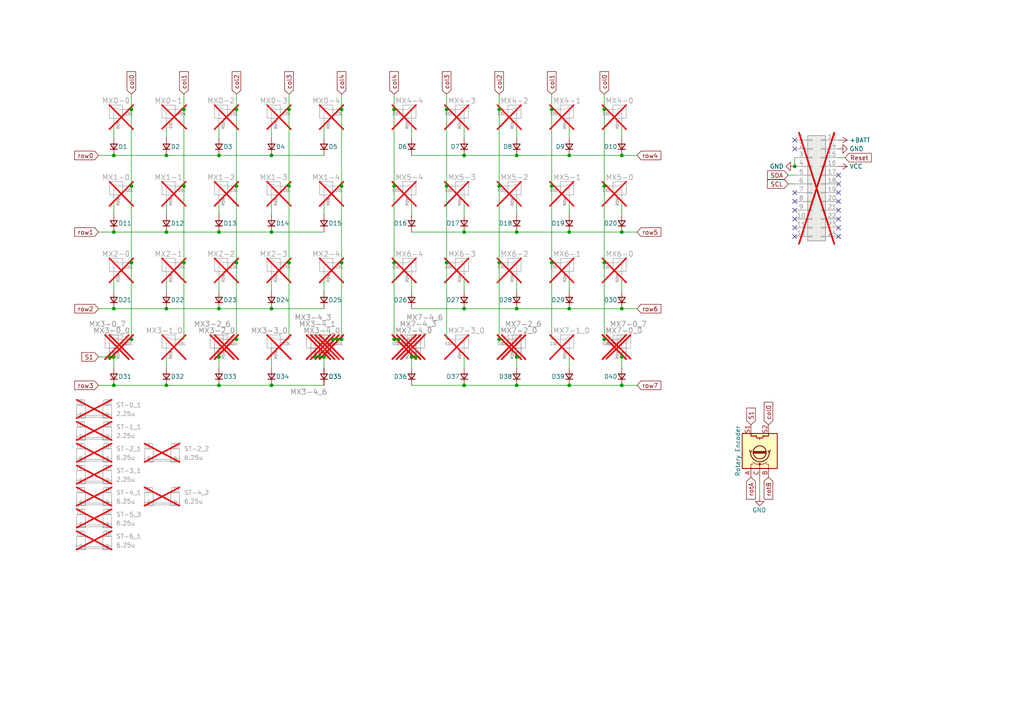
<source format=kicad_sch>
(kicad_sch (version 20221004) (generator eeschema)
  (paper "A4")
  (lib_symbols
    (symbol "Connector_Generic:Conn_02x12_Top_Bottom" (pin_names (offset 1.016) hide)
      (property "Reference" "U1" (at 0 15.24 0))
      (property "Value" "Generic Pro Micro" (at 0 -17.78 0))
      (symbol "Conn_02x12_Top_Bottom_1_1"
        (rectangle (start -2.54 -15.113) (end -1.27 -15.367) (stroke (width 0.1524)))
        (rectangle (start -2.54 -12.573) (end -1.27 -12.827) (stroke (width 0.1524)))
        (rectangle (start -2.54 -10.033) (end -1.27 -10.287) (stroke (width 0.1524)))
        (rectangle (start -2.54 -7.493) (end -1.27 -7.747) (stroke (width 0.1524)))
        (rectangle (start -2.54 -4.953) (end -1.27 -5.207) (stroke (width 0.1524)))
        (rectangle (start -2.54 -2.413) (end -1.27 -2.667) (stroke (width 0.1524)))
        (rectangle (start -2.54 0.127) (end -1.27 -0.127) (stroke (width 0.1524)))
        (rectangle (start -2.54 2.667) (end -1.27 2.413) (stroke (width 0.1524)))
        (rectangle (start -2.54 5.207) (end -1.27 4.953) (stroke (width 0.1524)))
        (rectangle (start -2.54 7.747) (end -1.27 7.493) (stroke (width 0.1524)))
        (rectangle (start -2.54 10.287) (end -1.27 10.033) (stroke (width 0.1524)))
        (rectangle (start -2.54 12.827) (end -1.27 12.573) (stroke (width 0.1524)))
        (rectangle (start -2.54 13.97) (end 2.54 -16.51) (stroke (width 0.254)) (fill (type background)))
        (rectangle (start 2.54 -15.113) (end 1.27 -15.367) (stroke (width 0.1524)))
        (rectangle (start 2.54 -12.573) (end 1.27 -12.827) (stroke (width 0.1524)))
        (rectangle (start 2.54 -10.033) (end 1.27 -10.287) (stroke (width 0.1524)))
        (rectangle (start 2.54 -7.493) (end 1.27 -7.747) (stroke (width 0.1524)))
        (rectangle (start 2.54 -4.953) (end 1.27 -5.207) (stroke (width 0.1524)))
        (rectangle (start 2.54 -2.413) (end 1.27 -2.667) (stroke (width 0.1524)))
        (rectangle (start 2.54 0.127) (end 1.27 -0.127) (stroke (width 0.1524)))
        (rectangle (start 2.54 2.667) (end 1.27 2.413) (stroke (width 0.1524)))
        (rectangle (start 2.54 5.207) (end 1.27 4.953) (stroke (width 0.1524)))
        (rectangle (start 2.54 7.747) (end 1.27 7.493) (stroke (width 0.1524)))
        (rectangle (start 2.54 10.287) (end 1.27 10.033) (stroke (width 0.1524)))
        (rectangle (start 2.54 12.827) (end 1.27 12.573) (stroke (width 0.1524)))
        (pin passive line (at -6.35 12.7 0) (length 3.81) (name "Pin_1") (number "1"))
        (pin passive line (at -6.35 -10.16 0) (length 3.81) (name "Pin_10") (number "10"))
        (pin passive line (at -6.35 -12.7 0) (length 3.81) (name "Pin_11") (number "11"))
        (pin passive line (at -6.35 -15.24 0) (length 3.81) (name "Pin_12") (number "12"))
        (pin passive line (at 6.35 12.7 180) (length 3.81) (name "Pin_13") (number "13"))
        (pin passive line (at 6.35 10.16 180) (length 3.81) (name "Pin_14") (number "14"))
        (pin passive line (at 6.35 7.62 180) (length 3.81) (name "Pin_15") (number "15"))
        (pin passive line (at 6.35 5.08 180) (length 3.81) (name "Pin_16") (number "16"))
        (pin passive line (at 6.35 2.54 180) (length 3.81) (name "Pin_17") (number "17"))
        (pin passive line (at 6.35 0 180) (length 3.81) (name "Pin_18") (number "18"))
        (pin passive line (at 6.35 -2.54 180) (length 3.81) (name "Pin_19") (number "19"))
        (pin passive line (at -6.35 10.16 0) (length 3.81) (name "Pin_2") (number "2"))
        (pin passive line (at 6.35 -5.08 180) (length 3.81) (name "Pin_20") (number "20"))
        (pin passive line (at 6.35 -7.62 180) (length 3.81) (name "Pin_21") (number "21"))
        (pin passive line (at 6.35 -10.16 180) (length 3.81) (name "Pin_22") (number "22"))
        (pin passive line (at 6.35 -12.7 180) (length 3.81) (name "Pin_23") (number "23"))
        (pin passive line (at 6.35 -15.24 180) (length 3.81) (name "Pin_24") (number "24"))
        (pin passive line (at -6.35 7.62 0) (length 3.81) (name "Pin_3") (number "3"))
        (pin passive line (at -6.35 5.08 0) (length 3.81) (name "Pin_4") (number "4"))
        (pin passive line (at -6.35 2.54 0) (length 3.81) (name "Pin_5") (number "5"))
        (pin passive line (at -6.35 0 0) (length 3.81) (name "Pin_6") (number "6"))
        (pin passive line (at -6.35 -2.54 0) (length 3.81) (name "Pin_7") (number "7"))
        (pin passive line (at -6.35 -5.08 0) (length 3.81) (name "Pin_8") (number "8"))
        (pin passive line (at -6.35 -7.62 0) (length 3.81) (name "Pin_9") (number "9"))
      )
    )
    (symbol "Device:D_Small" (pin_numbers hide) (pin_names (offset 0.254) hide)
      (property "Reference" "D" (at -1.27 2.032 0))
      (property "Value" "D_Small" (at -3.81 -2.032 0))
      (symbol "D_Small_0_1"
        (polyline (pts (xy -0.762 -1.016) (xy -0.762 1.016)) (stroke (width 0.254)))
        (polyline (pts (xy -0.762 0) (xy 0.762 0)))
        (polyline (pts (xy 0.762 -1.016) (xy -0.762 0) (xy 0.762 1.016) (xy 0.762 -1.016)) (stroke (width 0.254)))
      )
      (symbol "D_Small_1_1"
        (pin passive line (at -2.54 0 0) (length 1.778) (name "K") (number "1"))
        (pin passive line (at 2.54 0 180) (length 1.778) (name "A") (number "2"))
      )
    )
    (symbol "Device:RotaryEncoder_Switch" (pin_names (offset 0.254) hide)
      (property "Reference" "SW" (at 0 6.604 0))
      (property "Value" "RotaryEncoder_Switch" (at 0 -6.604 0))
      (symbol "RotaryEncoder_Switch_0_1"
        (rectangle (start -5.08 5.08) (end 5.08 -5.08) (stroke (width 0.254)) (fill (type background)))
        (circle (center -3.81 0) (radius 0.254) (fill (type outline)))
        (circle (center -0.381 0) (radius 1.905) (stroke (width 0.254)))
        (arc (start -0.381 2.667) (mid -3.0988 -0.0635) (end -0.381 -2.794) (stroke (width 0.254)))
        (polyline (pts (xy -0.635 -1.778) (xy -0.635 1.778)) (stroke (width 0.254)))
        (polyline (pts (xy -0.381 -1.778) (xy -0.381 1.778)) (stroke (width 0.254)))
        (polyline (pts (xy -0.127 1.778) (xy -0.127 -1.778)) (stroke (width 0.254)))
        (polyline (pts (xy 3.81 0) (xy 3.429 0)) (stroke (width 0.254)))
        (polyline (pts (xy 3.81 1.016) (xy 3.81 -1.016)) (stroke (width 0.254)))
        (polyline (pts (xy -5.08 -2.54) (xy -3.81 -2.54) (xy -3.81 -2.032)))
        (polyline (pts (xy -5.08 2.54) (xy -3.81 2.54) (xy -3.81 2.032)))
        (polyline (pts (xy 0.254 -3.048) (xy -0.508 -2.794) (xy 0.127 -2.413)) (stroke (width 0.254)))
        (polyline (pts (xy 0.254 2.921) (xy -0.508 2.667) (xy 0.127 2.286)) (stroke (width 0.254)))
        (polyline (pts (xy 5.08 -2.54) (xy 4.318 -2.54) (xy 4.318 -1.016)) (stroke (width 0.254)))
        (polyline (pts (xy 5.08 2.54) (xy 4.318 2.54) (xy 4.318 1.016)) (stroke (width 0.254)))
        (polyline (pts (xy -5.08 0) (xy -3.81 0) (xy -3.81 -1.016) (xy -3.302 -2.032)))
        (polyline (pts (xy -4.318 0) (xy -3.81 0) (xy -3.81 1.016) (xy -3.302 2.032)))
        (circle (center 4.318 -1.016) (radius 0.127) (stroke (width 0.254)))
        (circle (center 4.318 1.016) (radius 0.127) (stroke (width 0.254)))
      )
      (symbol "RotaryEncoder_Switch_1_1"
        (pin passive line (at -7.62 2.54 0) (length 2.54) (name "A") (number "A"))
        (pin passive line (at -7.62 -2.54 0) (length 2.54) (name "B") (number "B"))
        (pin passive line (at -7.62 0 0) (length 2.54) (name "C") (number "C"))
        (pin passive line (at 7.62 2.54 180) (length 2.54) (name "S1") (number "S1"))
        (pin passive line (at 7.62 -2.54 180) (length 2.54) (name "S2") (number "S2"))
      )
    )
    (symbol "Shinkai_Library:MX_Switch"
      (property "Reference" "MX" (at -0.635 3.81 0))
      (symbol "MX_Switch_0_0"
        (rectangle (start -2.54 2.54) (end 1.27 -1.27))
        (polyline (pts (xy -1.27 -1.27) (xy -1.27 1.27)) (stroke (width 0.127)))
        (polyline (pts (xy 1.27 1.27) (xy 0 1.27) (xy -1.27 1.905)) (stroke (width 0.127)))
        (text "COL" (at 3.175 0 0) (effects (font (size 0.762 0.762))))
        (text "ROW" (at 0 -1.905 900) (effects (font (size 0.762 0.762)) (justify right)))
      )
      (symbol "MX_Switch_1_1"
        (pin passive line (at 3.81 1.27 180) (length 2.54) (name "COL") (number "1"))
        (pin passive line (at -1.27 -3.81 90) (length 2.54) (name "ROW") (number "2"))
      )
    )
    (symbol "marbastlib-mx:MX_stab" (pin_names (offset 1.016))
      (property "Reference" "S" (at -5.08 6.35 0))
      (property "Value" "MX_stab" (at -5.08 3.81 0))
      (symbol "MX_stab_0_1"
        (rectangle (start -5.08 -1.524) (end -2.54 -2.54))
        (rectangle (start -5.08 1.27) (end -2.54 -2.54))
        (rectangle (start -4.826 2.794) (end -2.794 1.27))
        (rectangle (start -4.064 -2.286) (end -3.556 -1.016))
        (rectangle (start -4.064 -1.778) (end 4.064 -2.286))
        (rectangle (start -4.064 1.27) (end -3.556 2.794))
        (rectangle (start 2.54 -1.524) (end 5.08 -2.54))
        (rectangle (start 2.54 1.27) (end 5.08 -2.54))
        (rectangle (start 2.794 2.794) (end 4.826 1.27))
        (rectangle (start 3.556 1.27) (end 4.064 2.794))
        (rectangle (start 4.064 -2.286) (end 3.556 -1.016))
      )
    )
    (symbol "power:+BATT" (power) (pin_names (offset 0))
      (property "Value" "+BATT" (at 0 3.556 0))
      (symbol "+BATT_0_1"
        (polyline (pts (xy -0.762 1.27) (xy 0 2.54)))
        (polyline (pts (xy 0 0) (xy 0 2.54)))
        (polyline (pts (xy 0 2.54) (xy 0.762 1.27)))
      )
      (symbol "+BATT_1_1"
        (pin power_in line (at 0 0 90) (length 0) hide (name "+BATT") (number "1"))
      )
    )
    (symbol "power:GND" (power) (pin_names (offset 0))
      (property "Value" "GND" (at 0 -3.81 0))
      (symbol "GND_0_1"
        (polyline (pts (xy 0 0) (xy 0 -1.27) (xy 1.27 -1.27) (xy 0 -2.54) (xy -1.27 -1.27) (xy 0 -1.27)))
      )
      (symbol "GND_1_1"
        (pin power_in line (at 0 0 270) (length 0) hide (name "GND") (number "1"))
      )
    )
    (symbol "power:VCC" (power) (pin_names (offset 0))
      (property "Value" "VCC" (at 0 3.81 0))
      (symbol "VCC_0_1"
        (polyline (pts (xy -0.762 1.27) (xy 0 2.54)))
        (polyline (pts (xy 0 0) (xy 0 2.54)))
        (polyline (pts (xy 0 2.54) (xy 0.762 1.27)))
      )
      (symbol "VCC_1_1"
        (pin power_in line (at 0 0 90) (length 0) hide (name "VCC") (number "1"))
      )
    )
  )
  (junction (at 149.86 111.76))
  (junction (at 180.34 89.535))
  (junction (at 119.38 103.505))
  (junction (at 63.5 89.535))
  (junction (at 144.78 98.425))
  (junction (at 93.98 103.505))
  (junction (at 114.3 76.2))
  (junction (at 53.34 76.2))
  (junction (at 68.58 98.425))
  (junction (at 149.86 45.085))
  (junction (at 99.06 31.75))
  (junction (at 97.79 98.425))
  (junction (at 134.62 67.31))
  (junction (at 48.26 111.76))
  (junction (at 149.86 89.535))
  (junction (at 230.505 48.26))
  (junction (at 175.26 31.75))
  (junction (at 92.71 103.505))
  (junction (at 160.02 76.2))
  (junction (at 165.1 111.76))
  (junction (at 144.78 31.75))
  (junction (at 83.82 76.2))
  (junction (at 120.65 103.505))
  (junction (at 175.26 53.975))
  (junction (at 160.02 53.975))
  (junction (at 175.26 98.425))
  (junction (at 78.74 89.535))
  (junction (at 38.1 31.75))
  (junction (at 63.5 103.505))
  (junction (at 99.06 53.975))
  (junction (at 180.34 111.76))
  (junction (at 48.26 67.31))
  (junction (at 33.02 111.76))
  (junction (at 129.54 53.975))
  (junction (at 149.86 103.505))
  (junction (at 180.34 103.505))
  (junction (at 165.1 67.31))
  (junction (at 129.54 76.2))
  (junction (at 114.3 53.975))
  (junction (at 83.82 53.975))
  (junction (at 33.02 67.31))
  (junction (at 165.1 45.085))
  (junction (at 129.54 31.75))
  (junction (at 63.5 67.31))
  (junction (at 149.86 67.31))
  (junction (at 180.34 45.085))
  (junction (at 96.52 98.425))
  (junction (at 68.58 76.2))
  (junction (at 38.1 53.975))
  (junction (at 134.62 111.76))
  (junction (at 91.44 103.505))
  (junction (at 68.58 31.75))
  (junction (at 175.26 76.2))
  (junction (at 33.02 103.505))
  (junction (at 99.06 76.2))
  (junction (at 144.78 53.975))
  (junction (at 48.26 89.535))
  (junction (at 180.34 67.31))
  (junction (at 38.1 98.425))
  (junction (at 160.02 31.75))
  (junction (at 99.06 98.425))
  (junction (at 115.57 98.425))
  (junction (at 33.02 89.535))
  (junction (at 144.78 76.2))
  (junction (at 83.82 31.75))
  (junction (at 134.62 45.085))
  (junction (at 33.02 45.085))
  (junction (at 63.5 45.085))
  (junction (at 165.1 89.535))
  (junction (at 53.34 31.75))
  (junction (at 78.74 111.76))
  (junction (at 63.5 111.76))
  (junction (at 78.74 67.31))
  (junction (at 68.58 53.975))
  (junction (at 114.3 98.425))
  (junction (at 114.3 31.75))
  (junction (at 31.75 103.505))
  (junction (at 134.62 89.535))
  (junction (at 53.34 53.975))
  (junction (at 48.26 45.085))
  (junction (at 78.74 45.085))
  (junction (at 38.1 76.2))
  (no_connect (at 243.205 68.58))
  (no_connect (at 230.505 60.96))
  (no_connect (at 230.505 63.5))
  (no_connect (at 243.205 58.42))
  (no_connect (at 243.205 50.8))
  (no_connect (at 243.205 66.04))
  (no_connect (at 230.505 43.18))
  (no_connect (at 230.505 58.42))
  (no_connect (at 230.505 55.88))
  (no_connect (at 243.205 63.5))
  (no_connect (at 230.505 66.04))
  (no_connect (at 243.205 55.88))
  (no_connect (at 230.505 68.58))
  (no_connect (at 243.205 53.34))
  (no_connect (at 230.505 40.64))
  (no_connect (at 243.205 60.96))
  (wire (pts (xy 83.82 27.305) (xy 83.82 31.75)))
  (wire (pts (xy 93.98 81.28) (xy 93.98 84.455)))
  (wire (pts (xy 63.5 45.085) (xy 78.74 45.085)))
  (wire (pts (xy 68.58 53.975) (xy 68.58 76.2)))
  (wire (pts (xy 134.62 89.535) (xy 149.86 89.535)))
  (wire (pts (xy 83.82 76.2) (xy 83.82 98.425)))
  (wire (pts (xy 95.25 98.425) (xy 96.52 98.425)))
  (wire (pts (xy 38.1 31.75) (xy 38.1 53.975)))
  (wire (pts (xy 28.575 67.31) (xy 33.02 67.31)))
  (wire (pts (xy 175.26 98.425) (xy 176.53 98.425)))
  (wire (pts (xy 78.74 111.76) (xy 93.98 111.76)))
  (wire (pts (xy 33.02 45.085) (xy 48.26 45.085)))
  (wire (pts (xy 129.54 31.75) (xy 129.54 53.975)))
  (wire (pts (xy 144.78 76.2) (xy 144.78 98.425)))
  (wire (pts (xy 78.74 67.31) (xy 93.98 67.31)))
  (wire (pts (xy 63.5 67.31) (xy 78.74 67.31)))
  (wire (pts (xy 134.62 59.055) (xy 134.62 62.23)))
  (wire (pts (xy 165.1 67.31) (xy 180.34 67.31)))
  (wire (pts (xy 180.34 89.535) (xy 184.785 89.535)))
  (wire (pts (xy 63.5 103.505) (xy 63.5 106.68)))
  (wire (pts (xy 175.26 53.975) (xy 175.26 76.2)))
  (wire (pts (xy 146.05 98.425) (xy 144.78 98.425)))
  (wire (pts (xy 48.26 89.535) (xy 63.5 89.535)))
  (wire (pts (xy 180.34 36.83) (xy 180.34 40.005)))
  (wire (pts (xy 149.86 111.76) (xy 165.1 111.76)))
  (wire (pts (xy 149.86 59.055) (xy 149.86 62.23)))
  (wire (pts (xy 68.58 31.75) (xy 68.58 53.975)))
  (wire (pts (xy 28.575 89.535) (xy 33.02 89.535)))
  (wire (pts (xy 165.1 36.83) (xy 165.1 40.005)))
  (wire (pts (xy 160.02 31.75) (xy 160.02 53.975)))
  (wire (pts (xy 33.02 36.83) (xy 33.02 40.005)))
  (wire (pts (xy 129.54 27.305) (xy 129.54 31.75)))
  (wire (pts (xy 48.26 67.31) (xy 63.5 67.31)))
  (wire (pts (xy 33.02 111.76) (xy 48.26 111.76)))
  (wire (pts (xy 160.02 76.2) (xy 160.02 98.425)))
  (wire (pts (xy 180.34 111.76) (xy 184.785 111.76)))
  (wire (pts (xy 63.5 59.055) (xy 63.5 62.23)))
  (wire (pts (xy 92.71 103.505) (xy 93.98 103.505)))
  (wire (pts (xy 99.06 76.2) (xy 99.06 98.425)))
  (wire (pts (xy 180.34 45.085) (xy 184.785 45.085)))
  (wire (pts (xy 165.1 45.085) (xy 180.34 45.085)))
  (wire (pts (xy 33.02 59.055) (xy 33.02 62.23)))
  (wire (pts (xy 119.38 81.28) (xy 119.38 84.455)))
  (wire (pts (xy 165.1 103.505) (xy 165.1 106.68)))
  (wire (pts (xy 63.5 89.535) (xy 78.74 89.535)))
  (wire (pts (xy 160.02 53.975) (xy 160.02 76.2)))
  (wire (pts (xy 149.86 45.085) (xy 165.1 45.085)))
  (wire (pts (xy 48.26 36.83) (xy 48.26 40.005)))
  (wire (pts (xy 48.26 59.055) (xy 48.26 62.23)))
  (wire (pts (xy 33.02 67.31) (xy 48.26 67.31)))
  (wire (pts (xy 230.505 45.72) (xy 230.505 48.26)))
  (wire (pts (xy 90.17 103.505) (xy 91.44 103.505)))
  (wire (pts (xy 144.78 31.75) (xy 144.78 53.975)))
  (wire (pts (xy 134.62 45.085) (xy 149.86 45.085)))
  (wire (pts (xy 68.58 76.2) (xy 68.58 98.425)))
  (wire (pts (xy 78.74 81.28) (xy 78.74 84.455)))
  (wire (pts (xy 91.44 103.505) (xy 92.71 103.505)))
  (wire (pts (xy 115.57 98.425) (xy 116.84 98.425)))
  (wire (pts (xy 38.1 76.2) (xy 38.1 98.425)))
  (wire (pts (xy 78.74 36.83) (xy 78.74 40.005)))
  (wire (pts (xy 99.06 27.305) (xy 99.06 31.75)))
  (wire (pts (xy 165.1 89.535) (xy 180.34 89.535)))
  (wire (pts (xy 28.575 45.085) (xy 33.02 45.085)))
  (wire (pts (xy 144.78 27.305) (xy 144.78 31.75)))
  (wire (pts (xy 165.1 59.055) (xy 165.1 62.23)))
  (wire (pts (xy 38.1 53.975) (xy 38.1 76.2)))
  (wire (pts (xy 48.26 111.76) (xy 63.5 111.76)))
  (wire (pts (xy 83.82 53.975) (xy 83.82 76.2)))
  (wire (pts (xy 180.34 67.31) (xy 184.785 67.31)))
  (wire (pts (xy 96.52 98.425) (xy 97.79 98.425)))
  (wire (pts (xy 165.1 111.76) (xy 180.34 111.76)))
  (wire (pts (xy 99.06 31.75) (xy 99.06 53.975)))
  (wire (pts (xy 180.34 81.28) (xy 180.34 84.455)))
  (wire (pts (xy 228.6 50.8) (xy 230.505 50.8)))
  (wire (pts (xy 33.02 81.28) (xy 33.02 84.455)))
  (wire (pts (xy 144.78 53.975) (xy 144.78 76.2)))
  (wire (pts (xy 99.06 53.975) (xy 99.06 76.2)))
  (wire (pts (xy 63.5 81.28) (xy 63.5 84.455)))
  (wire (pts (xy 119.38 45.085) (xy 134.62 45.085)))
  (wire (pts (xy 78.74 89.535) (xy 93.98 89.535)))
  (wire (pts (xy 33.02 89.535) (xy 48.26 89.535)))
  (wire (pts (xy 53.34 53.975) (xy 53.34 76.2)))
  (wire (pts (xy 78.74 59.055) (xy 78.74 62.23)))
  (wire (pts (xy 97.79 98.425) (xy 99.06 98.425)))
  (wire (pts (xy 93.98 59.055) (xy 93.98 62.23)))
  (wire (pts (xy 228.6 53.34) (xy 230.505 53.34)))
  (wire (pts (xy 48.26 45.085) (xy 63.5 45.085)))
  (wire (pts (xy 83.82 31.75) (xy 83.82 53.975)))
  (wire (pts (xy 149.86 89.535) (xy 165.1 89.535)))
  (wire (pts (xy 53.34 27.305) (xy 53.34 31.75)))
  (wire (pts (xy 175.26 31.75) (xy 175.26 53.975)))
  (wire (pts (xy 149.86 103.505) (xy 149.86 106.68)))
  (wire (pts (xy 28.575 103.505) (xy 31.75 103.505)))
  (wire (pts (xy 180.34 103.505) (xy 180.34 106.68)))
  (wire (pts (xy 220.345 138.43) (xy 220.345 144.145)))
  (wire (pts (xy 63.5 111.76) (xy 78.74 111.76)))
  (wire (pts (xy 38.1 27.305) (xy 38.1 31.75)))
  (wire (pts (xy 119.38 89.535) (xy 134.62 89.535)))
  (wire (pts (xy 68.58 27.305) (xy 68.58 31.75)))
  (wire (pts (xy 33.02 103.505) (xy 33.02 106.68)))
  (wire (pts (xy 78.74 45.085) (xy 93.98 45.085)))
  (wire (pts (xy 151.13 103.505) (xy 149.86 103.505)))
  (wire (pts (xy 53.34 31.75) (xy 53.34 53.975)))
  (wire (pts (xy 114.3 53.975) (xy 114.3 76.2)))
  (wire (pts (xy 120.65 103.505) (xy 121.92 103.505)))
  (wire (pts (xy 53.34 76.2) (xy 53.34 98.425)))
  (wire (pts (xy 63.5 36.83) (xy 63.5 40.005)))
  (wire (pts (xy 149.86 67.31) (xy 165.1 67.31)))
  (wire (pts (xy 28.575 111.76) (xy 33.02 111.76)))
  (wire (pts (xy 134.62 81.28) (xy 134.62 84.455)))
  (wire (pts (xy 62.23 103.505) (xy 63.5 103.505)))
  (wire (pts (xy 134.62 36.83) (xy 134.62 40.005)))
  (wire (pts (xy 149.86 81.28) (xy 149.86 84.455)))
  (wire (pts (xy 134.62 67.31) (xy 149.86 67.31)))
  (wire (pts (xy 119.38 36.83) (xy 119.38 40.005)))
  (wire (pts (xy 134.62 111.76) (xy 149.86 111.76)))
  (wire (pts (xy 36.83 98.425) (xy 38.1 98.425)))
  (wire (pts (xy 134.62 103.505) (xy 134.62 106.68)))
  (wire (pts (xy 48.26 81.28) (xy 48.26 84.455)))
  (wire (pts (xy 129.54 53.975) (xy 129.54 76.2)))
  (wire (pts (xy 67.31 98.425) (xy 68.58 98.425)))
  (wire (pts (xy 48.26 103.505) (xy 48.26 106.68)))
  (wire (pts (xy 175.26 76.2) (xy 175.26 98.425)))
  (wire (pts (xy 78.74 103.505) (xy 78.74 106.68)))
  (wire (pts (xy 115.57 98.425) (xy 114.3 98.425)))
  (wire (pts (xy 160.02 27.305) (xy 160.02 31.75)))
  (wire (pts (xy 180.34 59.055) (xy 180.34 62.23)))
  (wire (pts (xy 31.75 103.505) (xy 33.02 103.505)))
  (wire (pts (xy 119.38 67.31) (xy 134.62 67.31)))
  (wire (pts (xy 149.86 36.83) (xy 149.86 40.005)))
  (wire (pts (xy 114.3 27.305) (xy 114.3 31.75)))
  (wire (pts (xy 180.34 103.505) (xy 181.61 103.505)))
  (wire (pts (xy 175.26 27.305) (xy 175.26 31.75)))
  (wire (pts (xy 165.1 81.28) (xy 165.1 84.455)))
  (wire (pts (xy 93.98 103.505) (xy 93.98 106.68)))
  (wire (pts (xy 120.65 103.505) (xy 119.38 103.505)))
  (wire (pts (xy 243.205 45.72) (xy 245.11 45.72)))
  (wire (pts (xy 129.54 76.2) (xy 129.54 98.425)))
  (wire (pts (xy 119.38 103.505) (xy 119.38 106.68)))
  (wire (pts (xy 93.98 36.83) (xy 93.98 40.005)))
  (wire (pts (xy 119.38 59.055) (xy 119.38 62.23)))
  (wire (pts (xy 114.3 31.75) (xy 114.3 53.975)))
  (wire (pts (xy 119.38 111.76) (xy 134.62 111.76)))
  (wire (pts (xy 114.3 76.2) (xy 114.3 98.425)))
  (global_label "row3" (shape input) (at 28.575 111.76 180) (property "Intersheet References" "${INTERSHEET_REFS}" (effects hide)))
  (global_label "S1" (shape input) (at 217.805 123.19 90) (property "Intersheet References" "${INTERSHEET_REFS}" (effects hide)))
  (global_label "col1" (shape input) (at 53.34 27.305 90) (property "Intersheet References" "${INTERSHEET_REFS}" (effects hide)))
  (global_label "rotB" (shape input) (at 222.885 138.43 270) (property "Intersheetrefs" "${INTERSHEET_REFS}" (effects hide)))
  (global_label "row7" (shape input) (at 184.785 111.76 0) (property "Intersheet References" "${INTERSHEET_REFS}" (effects hide)))
  (global_label "Reset" (shape input) (at 245.11 45.72 0) (property "Intersheetrefs" "${INTERSHEET_REFS}" (effects hide)))
  (global_label "row6" (shape input) (at 184.785 89.535 0) (property "Intersheet References" "${INTERSHEET_REFS}" (effects hide)))
  (global_label "col3" (shape input) (at 129.54 27.305 90) (property "Intersheet References" "${INTERSHEET_REFS}" (effects hide)))
  (global_label "col1" (shape input) (at 160.02 27.305 90) (property "Intersheet References" "${INTERSHEET_REFS}" (effects hide)))
  (global_label "row1" (shape input) (at 28.575 67.31 180) (property "Intersheet References" "${INTERSHEET_REFS}" (effects hide)))
  (global_label "col4" (shape input) (at 114.3 27.305 90) (property "Intersheet References" "${INTERSHEET_REFS}" (effects hide)))
  (global_label "row4" (shape input) (at 184.785 45.085 0) (property "Intersheet References" "${INTERSHEET_REFS}" (effects hide)))
  (global_label "col3" (shape input) (at 83.82 27.305 90) (property "Intersheet References" "${INTERSHEET_REFS}" (effects hide)))
  (global_label "rotA" (shape input) (at 217.805 138.43 270) (effects (font (size 1.31 1.31))) (property "Intersheetrefs" "${INTERSHEET_REFS}" (effects hide)))
  (global_label "col2" (shape input) (at 68.58 27.305 90) (property "Intersheet References" "${INTERSHEET_REFS}" (effects hide)))
  (global_label "SCL" (shape input) (at 228.6 53.34 180) (effects (font (size 1.2835 1.2835))) (property "Intersheetrefs" "${INTERSHEET_REFS}" (effects hide)))
  (global_label "SDA" (shape input) (at 228.6 50.8 180) (property "Intersheetrefs" "${INTERSHEET_REFS}" (effects hide)))
  (global_label "col4" (shape input) (at 99.06 27.305 90) (property "Intersheet References" "${INTERSHEET_REFS}" (effects hide)))
  (global_label "row2" (shape input) (at 28.575 89.535 180) (property "Intersheet References" "${INTERSHEET_REFS}" (effects hide)))
  (global_label "row5" (shape input) (at 184.785 67.31 0) (property "Intersheet References" "${INTERSHEET_REFS}" (effects hide)))
  (global_label "col0" (shape input) (at 38.1 27.305 90) (property "Intersheet References" "${INTERSHEET_REFS}" (effects hide)))
  (global_label "col0" (shape input) (at 175.26 27.305 90) (property "Intersheet References" "${INTERSHEET_REFS}" (effects hide)))
  (global_label "col0" (shape input) (at 222.885 123.19 90) (property "Intersheet References" "${INTERSHEET_REFS}" (effects hide)))
  (global_label "S1" (shape input) (at 28.575 103.505 180) (property "Intersheet References" "${INTERSHEET_REFS}" (effects hide)))
  (global_label "col2" (shape input) (at 144.78 27.305 90) (property "Intersheet References" "${INTERSHEET_REFS}" (effects hide)))
  (global_label "row0" (shape input) (at 28.575 45.085 180) (property "Intersheet References" "${INTERSHEET_REFS}" (effects hide)))
  (symbol (lib_id "Shinkai_Library:MX_Switch") (at 34.29 55.245 0) (unit 1) (in_bom no) (dnp yes)
    (property "Reference" "MX1-0" (at 33.655 51.435 0) (effects (font (size 1.524 1.524))))
    (property "Footprint" "marbastlib-mx:SW_MX_1u" (effects hide))
    (property "Datasheet" "https://cdn.sparkfun.com/datasheets/Components/Switches/MX%20Series.pdf" (effects hide))
  )
  (symbol (lib_id "Shinkai_Library:MX_Switch") (at 179.07 55.245 0) (mirror y) (unit 1) (in_bom no) (dnp yes)
    (property "Reference" "MX5-0" (at 179.705 51.435 0) (effects (font (size 1.524 1.524))))
    (property "Footprint" "marbastlib-mx:SW_MX_1u" (effects hide))
    (property "Datasheet" "https://cdn.sparkfun.com/datasheets/Components/Switches/MX%20Series.pdf" (effects hide))
  )
  (symbol (lib_id "Shinkai_Library:MX_Switch") (at 118.11 55.245 0) (mirror y) (unit 1) (in_bom no) (dnp yes)
    (property "Reference" "MX5-4" (at 118.745 51.435 0) (effects (font (size 1.524 1.524))))
    (property "Footprint" "marbastlib-mx:SW_MX_1u" (effects hide))
    (property "Datasheet" "https://cdn.sparkfun.com/datasheets/Components/Switches/MX%20Series.pdf" (effects hide))
  )
  (symbol (lib_id "Device:D_Small") (at 134.62 109.22 270) (mirror x) (unit 1)
    (property "Reference" "D37" (at 133.35 109.22 90) (effects (justify right)))
    (property "Value" "D_Small" (effects hide))
    (property "Footprint" "Diode_SMD:D_SOD-123" (effects hide))
  )
  (symbol (lib_id "Shinkai_Library:MX_Switch") (at 148.59 99.695 0) (mirror y) (unit 1) (in_bom no) (dnp yes)
    (property "Reference" "MX7-2_0" (at 150.495 95.885 0) (effects (font (size 1.524 1.524))))
    (property "Footprint" "marbastlib-mx:SW_MX_1u" (effects hide))
    (property "Datasheet" "https://cdn.sparkfun.com/datasheets/Components/Switches/MX%20Series.pdf" (effects hide))
  )
  (symbol (lib_id "Shinkai_Library:MX_Switch") (at 34.29 99.695 0) (unit 1) (in_bom no) (dnp yes)
    (property "Reference" "MX3-0_0" (at 32.385 95.885 0) (effects (font (size 1.524 1.524))))
    (property "Footprint" "marbastlib-mx:SW_MX_1u" (effects hide))
    (property "Datasheet" "https://cdn.sparkfun.com/datasheets/Components/Switches/MX%20Series.pdf" (effects hide))
  )
  (symbol (lib_id "Device:D_Small") (at 48.26 64.77 90) (unit 1)
    (property "Reference" "D12" (at 49.53 64.77 90) (effects (justify right)))
    (property "Value" "D_Small" (effects hide))
    (property "Footprint" "Diode_SMD:D_SOD-123" (effects hide))
  )
  (symbol (lib_id "Device:RotaryEncoder_Switch") (at 220.345 130.81 90) (unit 1)
    (property "Reference" "RE1" (effects hide))
    (property "Value" "Rotary Encoder" (at 213.995 130.81 0))
    (property "Footprint" "marbastlib-various:ROT_Alps_EC11E-Switch" (effects hide))
  )
  (symbol (lib_id "Device:D_Small") (at 63.5 86.995 90) (unit 1)
    (property "Reference" "D23" (at 64.77 86.995 90) (effects (justify right)))
    (property "Value" "D_Small" (effects hide))
    (property "Footprint" "Diode_SMD:D_SOD-123" (effects hide))
  )
  (symbol (lib_id "Device:D_Small") (at 48.26 86.995 90) (unit 1)
    (property "Reference" "D22" (at 49.53 86.995 90) (effects (justify right)))
    (property "Value" "D_Small" (effects hide))
    (property "Footprint" "Diode_SMD:D_SOD-123" (effects hide))
  )
  (symbol (lib_id "Shinkai_Library:MX_Switch") (at 91.44 99.695 0) (unit 1) (in_bom no) (dnp yes)
    (property "Reference" "MX3-4_6" (at 89.535 113.665 0) (effects (font (size 1.524 1.524))))
    (property "Footprint" "marbastlib-mx:SW_MX_1.75u" (effects hide))
    (property "Datasheet" "https://cdn.sparkfun.com/datasheets/Components/Switches/MX%20Series.pdf" (effects hide))
  )
  (symbol (lib_id "Shinkai_Library:MX_Switch") (at 149.86 99.695 0) (mirror y) (unit 1) (in_bom no) (dnp yes)
    (property "Reference" "MX7-2_6" (at 151.765 93.98 0) (effects (font (size 1.524 1.524))))
    (property "Footprint" "marbastlib-mx:SW_MX_1.25u" (effects hide))
    (property "Datasheet" "https://cdn.sparkfun.com/datasheets/Components/Switches/MX%20Series.pdf" (effects hide))
  )
  (symbol (lib_id "marbastlib-mx:MX_stab") (at 46.99 131.445 0) (unit 1) (in_bom no) (dnp yes)
    (property "Reference" "ST-2_2" (at 53.34 130.175 0) (effects (justify left)))
    (property "Value" "2u" (at 53.34 132.715 0) (effects (justify left)))
    (property "Footprint" "marbastlib-mx:STAB_MX_2u" (effects hide))
  )
  (symbol (lib_id "Shinkai_Library:MX_Switch") (at 80.01 55.245 0) (unit 1) (in_bom no) (dnp yes)
    (property "Reference" "MX1-3" (at 79.375 51.435 0) (effects (font (size 1.524 1.524))))
    (property "Footprint" "marbastlib-mx:SW_MX_1u" (effects hide))
    (property "Datasheet" "https://cdn.sparkfun.com/datasheets/Components/Switches/MX%20Series.pdf" (effects hide))
  )
  (symbol (lib_id "Device:D_Small") (at 33.02 109.22 90) (unit 1)
    (property "Reference" "D31" (at 34.29 109.22 90) (effects (justify right)))
    (property "Value" "D_Small" (effects hide))
    (property "Footprint" "Diode_SMD:D_SOD-123" (effects hide))
  )
  (symbol (lib_id "marbastlib-mx:MX_stab") (at 46.99 144.145 0) (unit 1) (in_bom no) (dnp yes)
    (property "Reference" "ST-4_2" (at 53.34 142.875 0) (effects (justify left)))
    (property "Value" "3u" (at 53.34 145.415 0) (effects (justify left)))
    (property "Footprint" "marbastlib-mx:STAB_MX_3u" (effects hide))
  )
  (symbol (lib_id "Shinkai_Library:MX_Switch") (at 163.83 55.245 0) (mirror y) (unit 1) (in_bom no) (dnp yes)
    (property "Reference" "MX5-1" (at 164.465 51.435 0) (effects (font (size 1.524 1.524))))
    (property "Footprint" "marbastlib-mx:SW_MX_1u" (effects hide))
    (property "Datasheet" "https://cdn.sparkfun.com/datasheets/Components/Switches/MX%20Series.pdf" (effects hide))
  )
  (symbol (lib_id "power:VCC") (at 243.205 48.26 270) (unit 1)
    (property "Reference" "#PWR0104" (effects hide))
    (property "Value" "VCC" (at 246.38 48.26 90) (effects (justify left)))
  )
  (symbol (lib_id "marbastlib-mx:MX_stab") (at 27.305 131.445 0) (unit 1) (in_bom no) (dnp yes)
    (property "Reference" "ST-2_1" (at 33.655 130.175 0) (effects (justify left)))
    (property "Value" "2u" (at 33.655 132.715 0) (effects (justify left)))
    (property "Footprint" "marbastlib-mx:STAB_MX_2u" (effects hide))
  )
  (symbol (lib_id "Shinkai_Library:MX_Switch") (at 118.11 77.47 0) (mirror y) (unit 1) (in_bom no) (dnp yes)
    (property "Reference" "MX6-4" (at 118.745 73.66 0) (effects (font (size 1.524 1.524))))
    (property "Footprint" "marbastlib-mx:SW_MX_1u" (effects hide))
    (property "Datasheet" "https://cdn.sparkfun.com/datasheets/Components/Switches/MX%20Series.pdf" (effects hide))
  )
  (symbol (lib_id "Shinkai_Library:MX_Switch") (at 49.53 99.695 0) (unit 1) (in_bom no) (dnp yes)
    (property "Reference" "MX3-1_0" (at 47.625 95.885 0) (effects (font (size 1.524 1.524))))
    (property "Footprint" "marbastlib-mx:SW_MX_1u" (effects hide))
    (property "Datasheet" "https://cdn.sparkfun.com/datasheets/Components/Switches/MX%20Series.pdf" (effects hide))
  )
  (symbol (lib_id "Shinkai_Library:MX_Switch") (at 80.01 77.47 0) (unit 1) (in_bom no) (dnp yes)
    (property "Reference" "MX2-3" (at 79.375 73.66 0) (effects (font (size 1.524 1.524))))
    (property "Footprint" "marbastlib-mx:SW_MX_1u" (effects hide))
    (property "Datasheet" "https://cdn.sparkfun.com/datasheets/Components/Switches/MX%20Series.pdf" (effects hide))
  )
  (symbol (lib_id "Device:D_Small") (at 134.62 42.545 270) (mirror x) (unit 1)
    (property "Reference" "D7" (at 133.35 42.545 90) (effects (justify right)))
    (property "Value" "D_Small" (effects hide))
    (property "Footprint" "Diode_SMD:D_SOD-123" (effects hide))
  )
  (symbol (lib_id "Device:D_Small") (at 165.1 64.77 270) (mirror x) (unit 1)
    (property "Reference" "D19" (at 163.83 64.77 90) (effects (justify right)))
    (property "Value" "D_Small" (effects hide))
    (property "Footprint" "Diode_SMD:D_SOD-123" (effects hide))
  )
  (symbol (lib_id "Device:D_Small") (at 78.74 42.545 90) (unit 1)
    (property "Reference" "D4" (at 80.01 42.545 90) (effects (justify right)))
    (property "Value" "D_Small" (effects hide))
    (property "Footprint" "Diode_SMD:D_SOD-123" (effects hide))
  )
  (symbol (lib_id "Device:D_Small") (at 93.98 86.995 90) (unit 1)
    (property "Reference" "D25" (at 95.25 86.995 90) (effects (justify right)))
    (property "Value" "D_Small" (effects hide))
    (property "Footprint" "Diode_SMD:D_SOD-123" (effects hide))
  )
  (symbol (lib_id "power:GND") (at 220.345 144.145 0) (unit 1)
    (property "Reference" "#PWR0105" (effects hide))
    (property "Value" "GND" (at 222.25 147.955 0) (effects (justify right)))
  )
  (symbol (lib_id "Device:D_Small") (at 165.1 86.995 270) (mirror x) (unit 1)
    (property "Reference" "D29" (at 163.83 86.995 90) (effects (justify right)))
    (property "Value" "D_Small" (effects hide))
    (property "Footprint" "Diode_SMD:D_SOD-123" (effects hide))
  )
  (symbol (lib_id "marbastlib-mx:MX_stab") (at 27.305 118.745 0) (unit 1) (in_bom no) (dnp yes)
    (property "Reference" "ST-0_1" (at 33.655 117.475 0) (effects (justify left)))
    (property "Value" "2u" (at 33.655 120.015 0) (effects (justify left)))
    (property "Footprint" "marbastlib-mx:STAB_MX_2u" (effects hide))
  )
  (symbol (lib_id "Device:D_Small") (at 134.62 86.995 270) (mirror x) (unit 1)
    (property "Reference" "D27" (at 133.35 86.995 90) (effects (justify right)))
    (property "Value" "D_Small" (effects hide))
    (property "Footprint" "Diode_SMD:D_SOD-123" (effects hide))
  )
  (symbol (lib_id "Device:D_Small") (at 165.1 42.545 270) (mirror x) (unit 1)
    (property "Reference" "D9" (at 163.83 42.545 90) (effects (justify right)))
    (property "Value" "D_Small" (effects hide))
    (property "Footprint" "Diode_SMD:D_SOD-123" (effects hide))
  )
  (symbol (lib_id "Shinkai_Library:MX_Switch") (at 93.98 99.695 0) (unit 1) (in_bom no) (dnp yes)
    (property "Reference" "MX3-4_1" (at 92.075 93.98 0) (effects (font (size 1.524 1.524))))
    (property "Footprint" "marbastlib-mx:SW_MX_1u" (effects hide))
    (property "Datasheet" "https://cdn.sparkfun.com/datasheets/Components/Switches/MX%20Series.pdf" (effects hide))
  )
  (symbol (lib_id "Device:D_Small") (at 180.34 86.995 270) (mirror x) (unit 1)
    (property "Reference" "D30" (at 179.07 86.995 90) (effects (justify right)))
    (property "Value" "D_Small" (effects hide))
    (property "Footprint" "Diode_SMD:D_SOD-123" (effects hide))
  )
  (symbol (lib_id "Shinkai_Library:MX_Switch") (at 95.25 77.47 0) (unit 1) (in_bom no) (dnp yes)
    (property "Reference" "MX2-4" (at 94.615 73.66 0) (effects (font (size 1.524 1.524))))
    (property "Footprint" "marbastlib-mx:SW_MX_1u" (effects hide))
    (property "Datasheet" "https://cdn.sparkfun.com/datasheets/Components/Switches/MX%20Series.pdf" (effects hide))
  )
  (symbol (lib_id "Shinkai_Library:MX_Switch") (at 148.59 33.02 0) (mirror y) (unit 1) (in_bom no) (dnp yes)
    (property "Reference" "MX4-2" (at 149.225 29.21 0) (effects (font (size 1.524 1.524))))
    (property "Footprint" "marbastlib-mx:SW_MX_1u" (effects hide))
    (property "Datasheet" "https://cdn.sparkfun.com/datasheets/Components/Switches/MX%20Series.pdf" (effects hide))
  )
  (symbol (lib_id "Device:D_Small") (at 78.74 64.77 90) (unit 1)
    (property "Reference" "D14" (at 80.01 64.77 90) (effects (justify right)))
    (property "Value" "D_Small" (effects hide))
    (property "Footprint" "Diode_SMD:D_SOD-123" (effects hide))
  )
  (symbol (lib_id "Device:D_Small") (at 149.86 86.995 270) (mirror x) (unit 1)
    (property "Reference" "D28" (at 148.59 86.995 90) (effects (justify right)))
    (property "Value" "D_Small" (effects hide))
    (property "Footprint" "Diode_SMD:D_SOD-123" (effects hide))
  )
  (symbol (lib_id "Shinkai_Library:MX_Switch") (at 95.25 99.695 0) (unit 1) (in_bom no) (dnp yes)
    (property "Reference" "MX3-4_0" (at 93.345 95.885 0) (effects (font (size 1.524 1.524))))
    (property "Footprint" "marbastlib-mx:SW_MX_1u" (effects hide))
    (property "Datasheet" "https://cdn.sparkfun.com/datasheets/Components/Switches/MX%20Series.pdf" (effects hide))
  )
  (symbol (lib_id "marbastlib-mx:MX_stab") (at 27.305 137.795 0) (unit 1) (in_bom no) (dnp yes)
    (property "Reference" "ST-3_1" (at 33.655 136.525 0) (effects (justify left)))
    (property "Value" "6u" (at 33.655 139.065 0) (effects (justify left)))
    (property "Footprint" "marbastlib-mx:STAB_MX_6u" (effects hide))
  )
  (symbol (lib_id "Shinkai_Library:MX_Switch") (at 92.71 99.695 0) (unit 1) (in_bom no) (dnp yes)
    (property "Reference" "MX3-4_3" (at 90.805 92.075 0) (effects (font (size 1.524 1.524))))
    (property "Footprint" "marbastlib-mx:SW_MX_1u" (effects hide))
    (property "Datasheet" "https://cdn.sparkfun.com/datasheets/Components/Switches/MX%20Series.pdf" (effects hide))
  )
  (symbol (lib_id "Device:D_Small") (at 180.34 42.545 270) (mirror x) (unit 1)
    (property "Reference" "D10" (at 179.07 42.545 90) (effects (justify right)))
    (property "Value" "D_Small" (effects hide))
    (property "Footprint" "Diode_SMD:D_SOD-123" (effects hide))
  )
  (symbol (lib_id "Shinkai_Library:MX_Switch") (at 49.53 77.47 0) (unit 1) (in_bom no) (dnp yes)
    (property "Reference" "MX2-1" (at 48.895 73.66 0) (effects (font (size 1.524 1.524))))
    (property "Footprint" "marbastlib-mx:SW_MX_1u" (effects hide))
    (property "Datasheet" "https://cdn.sparkfun.com/datasheets/Components/Switches/MX%20Series.pdf" (effects hide))
  )
  (symbol (lib_id "Shinkai_Library:MX_Switch") (at 179.07 77.47 0) (mirror y) (unit 1) (in_bom no) (dnp yes)
    (property "Reference" "MX6-0" (at 179.705 73.66 0) (effects (font (size 1.524 1.524))))
    (property "Footprint" "marbastlib-mx:SW_MX_1u" (effects hide))
    (property "Datasheet" "https://cdn.sparkfun.com/datasheets/Components/Switches/MX%20Series.pdf" (effects hide))
  )
  (symbol (lib_id "Shinkai_Library:MX_Switch") (at 163.83 77.47 0) (mirror y) (unit 1) (in_bom no) (dnp yes)
    (property "Reference" "MX6-1" (at 164.465 73.66 0) (effects (font (size 1.524 1.524))))
    (property "Footprint" "marbastlib-mx:SW_MX_1u" (effects hide))
    (property "Datasheet" "https://cdn.sparkfun.com/datasheets/Components/Switches/MX%20Series.pdf" (effects hide))
  )
  (symbol (lib_id "Shinkai_Library:MX_Switch") (at 163.83 99.695 0) (mirror y) (unit 1) (in_bom no) (dnp yes)
    (property "Reference" "MX7-1_0" (at 165.735 95.885 0) (effects (font (size 1.524 1.524))))
    (property "Footprint" "marbastlib-mx:SW_MX_1u" (effects hide))
    (property "Datasheet" "https://cdn.sparkfun.com/datasheets/Components/Switches/MX%20Series.pdf" (effects hide))
  )
  (symbol (lib_id "Connector_Generic:Conn_02x12_Top_Bottom") (at 236.855 53.34 0) (unit 1) (in_bom no) (dnp yes)
    (property "Reference" "U1" (effects hide))
    (property "Footprint" "marbastlib-various:ProMicro" (effects hide))
  )
  (symbol (lib_id "Shinkai_Library:MX_Switch") (at 118.11 33.02 0) (mirror y) (unit 1) (in_bom no) (dnp yes)
    (property "Reference" "MX4-4" (at 118.745 29.21 0) (effects (font (size 1.524 1.524))))
    (property "Footprint" "marbastlib-mx:SW_MX_1u" (effects hide))
    (property "Datasheet" "https://cdn.sparkfun.com/datasheets/Components/Switches/MX%20Series.pdf" (effects hide))
  )
  (symbol (lib_id "Device:D_Small") (at 33.02 86.995 90) (unit 1)
    (property "Reference" "D21" (at 34.29 86.995 90) (effects (justify right)))
    (property "Value" "D_Small" (effects hide))
    (property "Footprint" "Diode_SMD:D_SOD-123" (effects hide))
  )
  (symbol (lib_id "Shinkai_Library:MX_Switch") (at 119.38 99.695 0) (mirror y) (unit 1) (in_bom no) (dnp yes)
    (property "Reference" "MX7-4_3" (at 121.285 93.98 0) (effects (font (size 1.524 1.524))))
    (property "Footprint" "marbastlib-mx:SW_MX_1u" (effects hide))
    (property "Datasheet" "https://cdn.sparkfun.com/datasheets/Components/Switches/MX%20Series.pdf" (effects hide))
  )
  (symbol (lib_id "Shinkai_Library:MX_Switch") (at 148.59 77.47 0) (mirror y) (unit 1) (in_bom no) (dnp yes)
    (property "Reference" "MX6-2" (at 149.225 73.66 0) (effects (font (size 1.524 1.524))))
    (property "Footprint" "marbastlib-mx:SW_MX_1u" (effects hide))
    (property "Datasheet" "https://cdn.sparkfun.com/datasheets/Components/Switches/MX%20Series.pdf" (effects hide))
  )
  (symbol (lib_id "Shinkai_Library:MX_Switch") (at 34.29 33.02 0) (unit 1) (in_bom no) (dnp yes)
    (property "Reference" "MX0-0" (at 33.655 29.21 0) (effects (font (size 1.524 1.524))))
    (property "Footprint" "marbastlib-mx:SW_MX_1u" (effects hide))
    (property "Datasheet" "https://cdn.sparkfun.com/datasheets/Components/Switches/MX%20Series.pdf" (effects hide))
  )
  (symbol (lib_id "Shinkai_Library:MX_Switch") (at 180.34 99.695 270) (unit 1) (in_bom no) (dnp yes)
    (property "Reference" "MX7-0_7" (at 182.245 93.98 90) (effects (font (size 1.524 1.524))))
    (property "Footprint" "marbastlib-mx:SW_MX_1.5u" (effects hide))
    (property "Datasheet" "https://cdn.sparkfun.com/datasheets/Components/Switches/MX%20Series.pdf" (effects hide))
  )
  (symbol (lib_id "power:+BATT") (at 243.205 40.64 270) (unit 1)
    (property "Reference" "#PWR0103" (effects hide))
    (property "Value" "+BATT" (at 246.38 40.64 90) (effects (justify left)))
  )
  (symbol (lib_id "Device:D_Small") (at 78.74 86.995 90) (unit 1)
    (property "Reference" "D24" (at 80.01 86.995 90) (effects (justify right)))
    (property "Value" "D_Small" (effects hide))
    (property "Footprint" "Diode_SMD:D_SOD-123" (effects hide))
  )
  (symbol (lib_id "Device:D_Small") (at 33.02 42.545 90) (unit 1)
    (property "Reference" "D1" (at 34.29 42.545 90) (effects (justify right)))
    (property "Value" "D_Small" (effects hide))
    (property "Footprint" "Diode_SMD:D_SOD-123" (effects hide))
  )
  (symbol (lib_id "marbastlib-mx:MX_stab") (at 27.305 156.845 0) (unit 1) (in_bom no) (dnp yes)
    (property "Reference" "ST-6_1" (at 33.655 155.575 0) (effects (justify left)))
    (property "Value" "8u/10u" (at 33.655 158.115 0) (effects (justify left)))
    (property "Footprint" "Shinkai_Library:STAB_MX_8u" (effects hide))
  )
  (symbol (lib_id "Device:D_Small") (at 93.98 109.22 90) (unit 1)
    (property "Reference" "D35" (at 95.25 109.22 90) (effects (justify right)))
    (property "Value" "D_Small" (effects hide))
    (property "Footprint" "Diode_SMD:D_SOD-123" (effects hide))
  )
  (symbol (lib_id "marbastlib-mx:MX_stab") (at 27.305 144.145 0) (unit 1) (in_bom no) (dnp yes)
    (property "Reference" "ST-4_1" (at 33.655 142.875 0) (effects (justify left)))
    (property "Value" "3u" (at 33.655 145.415 0) (effects (justify left)))
    (property "Footprint" "marbastlib-mx:STAB_MX_3u" (effects hide))
  )
  (symbol (lib_id "Shinkai_Library:MX_Switch") (at 95.25 55.245 0) (unit 1) (in_bom no) (dnp yes)
    (property "Reference" "MX1-4" (at 94.615 51.435 0) (effects (font (size 1.524 1.524))))
    (property "Footprint" "marbastlib-mx:SW_MX_1u" (effects hide))
    (property "Datasheet" "https://cdn.sparkfun.com/datasheets/Components/Switches/MX%20Series.pdf" (effects hide))
  )
  (symbol (lib_id "Device:D_Small") (at 149.86 42.545 270) (mirror x) (unit 1)
    (property "Reference" "D8" (at 148.59 42.545 90) (effects (justify right)))
    (property "Value" "D_Small" (effects hide))
    (property "Footprint" "Diode_SMD:D_SOD-123" (effects hide))
  )
  (symbol (lib_id "Shinkai_Library:MX_Switch") (at 118.11 99.695 0) (mirror y) (unit 1) (in_bom no) (dnp yes)
    (property "Reference" "MX7-4_0" (at 120.015 95.885 0) (effects (font (size 1.524 1.524))))
    (property "Footprint" "marbastlib-mx:SW_MX_1u" (effects hide))
    (property "Datasheet" "https://cdn.sparkfun.com/datasheets/Components/Switches/MX%20Series.pdf" (effects hide))
  )
  (symbol (lib_id "Shinkai_Library:MX_Switch") (at 179.07 99.695 0) (mirror y) (unit 1) (in_bom no) (dnp yes)
    (property "Reference" "MX7-0_0" (at 180.975 95.885 0) (effects (font (size 1.524 1.524))))
    (property "Footprint" "marbastlib-mx:SW_MX_1u" (effects hide))
    (property "Datasheet" "https://cdn.sparkfun.com/datasheets/Components/Switches/MX%20Series.pdf" (effects hide))
  )
  (symbol (lib_id "Shinkai_Library:MX_Switch") (at 179.07 33.02 0) (mirror y) (unit 1) (in_bom no) (dnp yes)
    (property "Reference" "MX4-0" (at 179.705 29.21 0) (effects (font (size 1.524 1.524))))
    (property "Footprint" "marbastlib-mx:SW_MX_1u" (effects hide))
    (property "Datasheet" "https://cdn.sparkfun.com/datasheets/Components/Switches/MX%20Series.pdf" (effects hide))
  )
  (symbol (lib_id "Device:D_Small") (at 48.26 42.545 90) (unit 1)
    (property "Reference" "D2" (at 49.53 42.545 90) (effects (justify right)))
    (property "Value" "D_Small" (effects hide))
    (property "Footprint" "Diode_SMD:D_SOD-123" (effects hide))
  )
  (symbol (lib_id "power:GND") (at 243.205 43.18 90) (unit 1)
    (property "Reference" "#PWR0102" (effects hide))
    (property "Value" "GND" (at 246.38 43.18 90) (effects (justify right)))
  )
  (symbol (lib_id "Device:D_Small") (at 119.38 86.995 270) (mirror x) (unit 1)
    (property "Reference" "D26" (at 118.11 86.995 90) (effects (justify right)))
    (property "Value" "D_Small" (effects hide))
    (property "Footprint" "Diode_SMD:D_SOD-123" (effects hide))
  )
  (symbol (lib_id "Device:D_Small") (at 33.02 64.77 90) (unit 1)
    (property "Reference" "D11" (at 34.29 64.77 90) (effects (justify right)))
    (property "Value" "D_Small" (effects hide))
    (property "Footprint" "Diode_SMD:D_SOD-123" (effects hide))
  )
  (symbol (lib_id "Device:D_Small") (at 93.98 64.77 90) (unit 1)
    (property "Reference" "D15" (at 95.25 64.77 90) (effects (justify right)))
    (property "Value" "D_Small" (effects hide))
    (property "Footprint" "Diode_SMD:D_SOD-123" (effects hide))
  )
  (symbol (lib_id "Device:D_Small") (at 48.26 109.22 90) (unit 1)
    (property "Reference" "D32" (at 49.53 109.22 90) (effects (justify right)))
    (property "Value" "D_Small" (effects hide))
    (property "Footprint" "Diode_SMD:D_SOD-123" (effects hide))
  )
  (symbol (lib_id "Device:D_Small") (at 180.34 109.22 270) (mirror x) (unit 1)
    (property "Reference" "D40" (at 179.07 109.22 90) (effects (justify right)))
    (property "Value" "D_Small" (effects hide))
    (property "Footprint" "Diode_SMD:D_SOD-123" (effects hide))
  )
  (symbol (lib_id "Device:D_Small") (at 180.34 64.77 270) (mirror x) (unit 1)
    (property "Reference" "D20" (at 179.07 64.77 90) (effects (justify right)))
    (property "Value" "D_Small" (effects hide))
    (property "Footprint" "Diode_SMD:D_SOD-123" (effects hide))
  )
  (symbol (lib_id "Device:D_Small") (at 165.1 109.22 270) (mirror x) (unit 1)
    (property "Reference" "D39" (at 163.83 109.22 90) (effects (justify right)))
    (property "Value" "D_Small" (effects hide))
    (property "Footprint" "Diode_SMD:D_SOD-123" (effects hide))
  )
  (symbol (lib_id "Shinkai_Library:MX_Switch") (at 120.65 99.695 0) (mirror y) (unit 1) (in_bom no) (dnp yes)
    (property "Reference" "MX7-4_6" (at 123.19 92.075 0) (effects (font (size 1.524 1.524))))
    (property "Footprint" "marbastlib-mx:SW_MX_1.75u" (effects hide))
    (property "Datasheet" "https://cdn.sparkfun.com/datasheets/Components/Switches/MX%20Series.pdf" (effects hide))
  )
  (symbol (lib_id "Shinkai_Library:MX_Switch") (at 64.77 77.47 0) (unit 1) (in_bom no) (dnp yes)
    (property "Reference" "MX2-2" (at 64.135 73.66 0) (effects (font (size 1.524 1.524))))
    (property "Footprint" "marbastlib-mx:SW_MX_1u" (effects hide))
    (property "Datasheet" "https://cdn.sparkfun.com/datasheets/Components/Switches/MX%20Series.pdf" (effects hide))
  )
  (symbol (lib_id "Shinkai_Library:MX_Switch") (at 148.59 55.245 0) (mirror y) (unit 1) (in_bom no) (dnp yes)
    (property "Reference" "MX5-2" (at 149.225 51.435 0) (effects (font (size 1.524 1.524))))
    (property "Footprint" "marbastlib-mx:SW_MX_1u" (effects hide))
    (property "Datasheet" "https://cdn.sparkfun.com/datasheets/Components/Switches/MX%20Series.pdf" (effects hide))
  )
  (symbol (lib_id "Shinkai_Library:MX_Switch") (at 133.35 33.02 0) (mirror y) (unit 1) (in_bom no) (dnp yes)
    (property "Reference" "MX4-3" (at 133.985 29.21 0) (effects (font (size 1.524 1.524))))
    (property "Footprint" "marbastlib-mx:SW_MX_1u" (effects hide))
    (property "Datasheet" "https://cdn.sparkfun.com/datasheets/Components/Switches/MX%20Series.pdf" (effects hide))
  )
  (symbol (lib_id "Device:D_Small") (at 63.5 64.77 90) (unit 1)
    (property "Reference" "D13" (at 64.77 64.77 90) (effects (justify right)))
    (property "Value" "D_Small" (effects hide))
    (property "Footprint" "Diode_SMD:D_SOD-123" (effects hide))
  )
  (symbol (lib_id "Shinkai_Library:MX_Switch") (at 133.35 55.245 0) (mirror y) (unit 1) (in_bom no) (dnp yes)
    (property "Reference" "MX5-3" (at 133.985 51.435 0) (effects (font (size 1.524 1.524))))
    (property "Footprint" "marbastlib-mx:SW_MX_1u" (effects hide))
    (property "Datasheet" "https://cdn.sparkfun.com/datasheets/Components/Switches/MX%20Series.pdf" (effects hide))
  )
  (symbol (lib_id "Shinkai_Library:MX_Switch") (at 34.29 77.47 0) (unit 1) (in_bom no) (dnp yes)
    (property "Reference" "MX2-0" (at 33.655 73.66 0) (effects (font (size 1.524 1.524))))
    (property "Footprint" "marbastlib-mx:SW_MX_1u" (effects hide))
    (property "Datasheet" "https://cdn.sparkfun.com/datasheets/Components/Switches/MX%20Series.pdf" (effects hide))
  )
  (symbol (lib_id "Shinkai_Library:MX_Switch") (at 49.53 33.02 90) (mirror x) (unit 1) (in_bom no) (dnp yes)
    (property "Reference" "MX0-1" (at 48.895 29.21 90) (effects (font (size 1.524 1.524))))
    (property "Footprint" "marbastlib-mx:SW_MX_1u" (effects hide))
    (property "Datasheet" "https://cdn.sparkfun.com/datasheets/Components/Switches/MX%20Series.pdf" (effects hide))
  )
  (symbol (lib_id "Shinkai_Library:MX_Switch") (at 163.83 33.02 0) (mirror y) (unit 1) (in_bom no) (dnp yes)
    (property "Reference" "MX4-1" (at 164.465 29.21 0) (effects (font (size 1.524 1.524))))
    (property "Footprint" "marbastlib-mx:SW_MX_1u" (effects hide))
    (property "Datasheet" "https://cdn.sparkfun.com/datasheets/Components/Switches/MX%20Series.pdf" (effects hide))
  )
  (symbol (lib_id "Shinkai_Library:MX_Switch") (at 133.35 77.47 0) (mirror y) (unit 1) (in_bom no) (dnp yes)
    (property "Reference" "MX6-3" (at 133.985 73.66 0) (effects (font (size 1.524 1.524))))
    (property "Footprint" "marbastlib-mx:SW_MX_1u" (effects hide))
    (property "Datasheet" "https://cdn.sparkfun.com/datasheets/Components/Switches/MX%20Series.pdf" (effects hide))
  )
  (symbol (lib_id "Device:D_Small") (at 119.38 64.77 270) (mirror x) (unit 1)
    (property "Reference" "D16" (at 118.11 64.77 90) (effects (justify right)))
    (property "Value" "D_Small" (effects hide))
    (property "Footprint" "Diode_SMD:D_SOD-123" (effects hide))
  )
  (symbol (lib_id "Shinkai_Library:MX_Switch") (at 95.25 33.02 0) (unit 1) (in_bom no) (dnp yes)
    (property "Reference" "MX0-4" (at 94.615 29.21 0) (effects (font (size 1.524 1.524))))
    (property "Footprint" "marbastlib-mx:SW_MX_1u" (effects hide))
    (property "Datasheet" "https://cdn.sparkfun.com/datasheets/Components/Switches/MX%20Series.pdf" (effects hide))
  )
  (symbol (lib_id "Shinkai_Library:MX_Switch") (at 64.77 99.695 0) (unit 1) (in_bom no) (dnp yes)
    (property "Reference" "MX3-2_0" (at 62.865 95.885 0) (effects (font (size 1.524 1.524))))
    (property "Footprint" "marbastlib-mx:SW_MX_1u" (effects hide))
    (property "Datasheet" "https://cdn.sparkfun.com/datasheets/Components/Switches/MX%20Series.pdf" (effects hide))
  )
  (symbol (lib_id "Shinkai_Library:MX_Switch") (at 49.53 55.245 0) (unit 1) (in_bom no) (dnp yes)
    (property "Reference" "MX1-1" (at 48.895 51.435 0) (effects (font (size 1.524 1.524))))
    (property "Footprint" "marbastlib-mx:SW_MX_1u" (effects hide))
    (property "Datasheet" "https://cdn.sparkfun.com/datasheets/Components/Switches/MX%20Series.pdf" (effects hide))
  )
  (symbol (lib_id "Shinkai_Library:MX_Switch") (at 80.01 99.695 0) (unit 1) (in_bom no) (dnp yes)
    (property "Reference" "MX3-3_0" (at 78.105 95.885 0) (effects (font (size 1.524 1.524))))
    (property "Footprint" "marbastlib-mx:SW_MX_1u" (effects hide))
    (property "Datasheet" "https://cdn.sparkfun.com/datasheets/Components/Switches/MX%20Series.pdf" (effects hide))
  )
  (symbol (lib_id "Device:D_Small") (at 78.74 109.22 90) (unit 1)
    (property "Reference" "D34" (at 80.01 109.22 90) (effects (justify right)))
    (property "Value" "D_Small" (effects hide))
    (property "Footprint" "Diode_SMD:D_SOD-123" (effects hide))
  )
  (symbol (lib_id "marbastlib-mx:MX_stab") (at 27.305 150.495 0) (unit 1) (in_bom no) (dnp yes)
    (property "Reference" "ST-5_3" (at 33.655 149.225 0) (effects (justify left)))
    (property "Value" "7u" (at 33.655 151.765 0) (effects (justify left)))
    (property "Footprint" "marbastlib-mx:STAB_MX_7u" (effects hide))
  )
  (symbol (lib_id "Device:D_Small") (at 63.5 109.22 90) (unit 1)
    (property "Reference" "D33" (at 64.77 109.22 90) (effects (justify right)))
    (property "Value" "D_Small" (effects hide))
    (property "Footprint" "Diode_SMD:D_SOD-123" (effects hide))
  )
  (symbol (lib_id "Shinkai_Library:MX_Switch") (at 64.77 33.02 0) (unit 1) (in_bom no) (dnp yes)
    (property "Reference" "MX0-2" (at 64.135 29.21 0) (effects (font (size 1.524 1.524))))
    (property "Footprint" "marbastlib-mx:SW_MX_1u" (effects hide))
    (property "Datasheet" "https://cdn.sparkfun.com/datasheets/Components/Switches/MX%20Series.pdf" (effects hide))
  )
  (symbol (lib_id "Device:D_Small") (at 93.98 42.545 90) (unit 1)
    (property "Reference" "D5" (at 95.25 42.545 90) (effects (justify right)))
    (property "Value" "D_Small" (effects hide))
    (property "Footprint" "Diode_SMD:D_SOD-123" (effects hide))
  )
  (symbol (lib_id "Device:D_Small") (at 63.5 42.545 90) (unit 1)
    (property "Reference" "D3" (at 64.77 42.545 90) (effects (justify right)))
    (property "Value" "D_Small" (effects hide))
    (property "Footprint" "Diode_SMD:D_SOD-123" (effects hide))
  )
  (symbol (lib_id "power:GND") (at 230.505 48.26 270) (unit 1)
    (property "Reference" "#PWR0101" (effects hide))
    (property "Value" "GND" (at 227.33 48.26 90) (effects (justify right)))
  )
  (symbol (lib_id "Shinkai_Library:MX_Switch") (at 63.5 99.695 0) (unit 1) (in_bom no) (dnp yes)
    (property "Reference" "MX3-2_6" (at 61.595 93.98 0) (effects (font (size 1.524 1.524))))
    (property "Footprint" "marbastlib-mx:SW_MX_1.25u" (effects hide))
    (property "Datasheet" "https://cdn.sparkfun.com/datasheets/Components/Switches/MX%20Series.pdf" (effects hide))
  )
  (symbol (lib_id "Shinkai_Library:MX_Switch") (at 33.02 99.695 0) (unit 1) (in_bom no) (dnp yes)
    (property "Reference" "MX3-0_7" (at 31.115 93.98 0) (effects (font (size 1.524 1.524))))
    (property "Footprint" "marbastlib-mx:SW_MX_1.5u" (effects hide))
    (property "Datasheet" "https://cdn.sparkfun.com/datasheets/Components/Switches/MX%20Series.pdf" (effects hide))
  )
  (symbol (lib_id "Device:D_Small") (at 119.38 109.22 270) (mirror x) (unit 1)
    (property "Reference" "D36" (at 118.11 109.22 90) (effects (justify right)))
    (property "Value" "D_Small" (effects hide))
    (property "Footprint" "Diode_SMD:D_SOD-123" (effects hide))
  )
  (symbol (lib_id "Device:D_Small") (at 119.38 42.545 270) (mirror x) (unit 1)
    (property "Reference" "D6" (at 118.11 42.545 90) (effects (justify right)))
    (property "Value" "D_Small" (effects hide))
    (property "Footprint" "Diode_SMD:D_SOD-123" (effects hide))
  )
  (symbol (lib_id "marbastlib-mx:MX_stab") (at 27.305 125.095 0) (unit 1) (in_bom no) (dnp yes)
    (property "Reference" "ST-1_1" (at 33.655 123.825 0) (effects (justify left)))
    (property "Value" "4u" (at 33.655 126.365 0) (effects (justify left)))
    (property "Footprint" "Shinkai_Library:STAB_MX_4u" (effects hide))
  )
  (symbol (lib_id "Shinkai_Library:MX_Switch") (at 133.35 99.695 0) (mirror y) (unit 1) (in_bom no) (dnp yes)
    (property "Reference" "MX7-3_0" (at 135.255 95.885 0) (effects (font (size 1.524 1.524))))
    (property "Footprint" "marbastlib-mx:SW_MX_1u" (effects hide))
    (property "Datasheet" "https://cdn.sparkfun.com/datasheets/Components/Switches/MX%20Series.pdf" (effects hide))
  )
  (symbol (lib_id "Device:D_Small") (at 149.86 64.77 270) (mirror x) (unit 1)
    (property "Reference" "D18" (at 148.59 64.77 90) (effects (justify right)))
    (property "Value" "D_Small" (effects hide))
    (property "Footprint" "Diode_SMD:D_SOD-123" (effects hide))
  )
  (symbol (lib_id "Shinkai_Library:MX_Switch") (at 64.77 55.245 0) (unit 1) (in_bom no) (dnp yes)
    (property "Reference" "MX1-2" (at 64.135 51.435 0) (effects (font (size 1.524 1.524))))
    (property "Footprint" "marbastlib-mx:SW_MX_1u" (effects hide))
    (property "Datasheet" "https://cdn.sparkfun.com/datasheets/Components/Switches/MX%20Series.pdf" (effects hide))
  )
  (symbol (lib_id "Device:D_Small") (at 149.86 109.22 270) (mirror x) (unit 1)
    (property "Reference" "D38" (at 148.59 109.22 90) (effects (justify right)))
    (property "Value" "D_Small" (effects hide))
    (property "Footprint" "Diode_SMD:D_SOD-123" (effects hide))
  )
  (symbol (lib_id "Device:D_Small") (at 134.62 64.77 270) (mirror x) (unit 1)
    (property "Reference" "D17" (at 133.35 64.77 90) (effects (justify right)))
    (property "Value" "D_Small" (effects hide))
    (property "Footprint" "Diode_SMD:D_SOD-123" (effects hide))
  )
  (symbol (lib_id "Shinkai_Library:MX_Switch") (at 80.01 33.02 0) (unit 1) (in_bom no) (dnp yes)
    (property "Reference" "MX0-3" (at 79.375 29.21 0) (effects (font (size 1.524 1.524))))
    (property "Footprint" "marbastlib-mx:SW_MX_1u" (effects hide))
    (property "Datasheet" "https://cdn.sparkfun.com/datasheets/Components/Switches/MX%20Series.pdf" (effects hide))
  )
)
</source>
